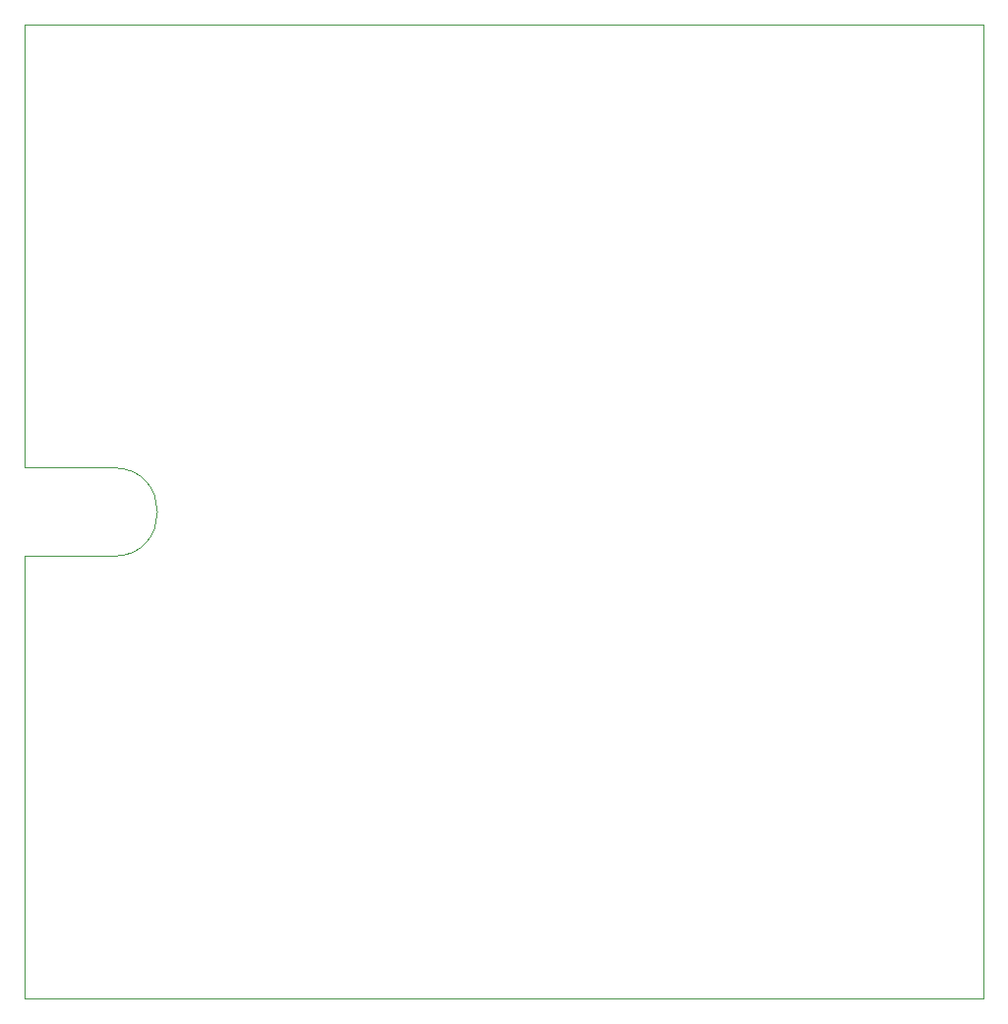
<source format=gbr>
G04 #@! TF.GenerationSoftware,KiCad,Pcbnew,(5.1.4)-1*
G04 #@! TF.CreationDate,2020-01-23T23:33:44-05:00*
G04 #@! TF.ProjectId,ECVTProtoBoard,45435654-5072-46f7-946f-426f6172642e,rev?*
G04 #@! TF.SameCoordinates,Original*
G04 #@! TF.FileFunction,Profile,NP*
%FSLAX46Y46*%
G04 Gerber Fmt 4.6, Leading zero omitted, Abs format (unit mm)*
G04 Created by KiCad (PCBNEW (5.1.4)-1) date 2020-01-23 23:33:44*
%MOMM*%
%LPD*%
G04 APERTURE LIST*
%ADD10C,0.050000*%
%ADD11C,0.120000*%
G04 APERTURE END LIST*
D10*
X87630000Y-111760000D02*
X87630000Y-149860000D01*
X87630000Y-66040000D02*
X87630000Y-104140000D01*
X95250000Y-111760000D02*
X87630000Y-111760000D01*
X95250000Y-104140000D02*
X87630000Y-104140000D01*
X95250000Y-104140000D02*
G75*
G02X95250000Y-111760000I0J-3810000D01*
G01*
X87630000Y-149860000D02*
X170180000Y-149860000D01*
D11*
X170180000Y-66040000D02*
X170180000Y-149860000D01*
X87630000Y-66040000D02*
X170180000Y-66040000D01*
M02*

</source>
